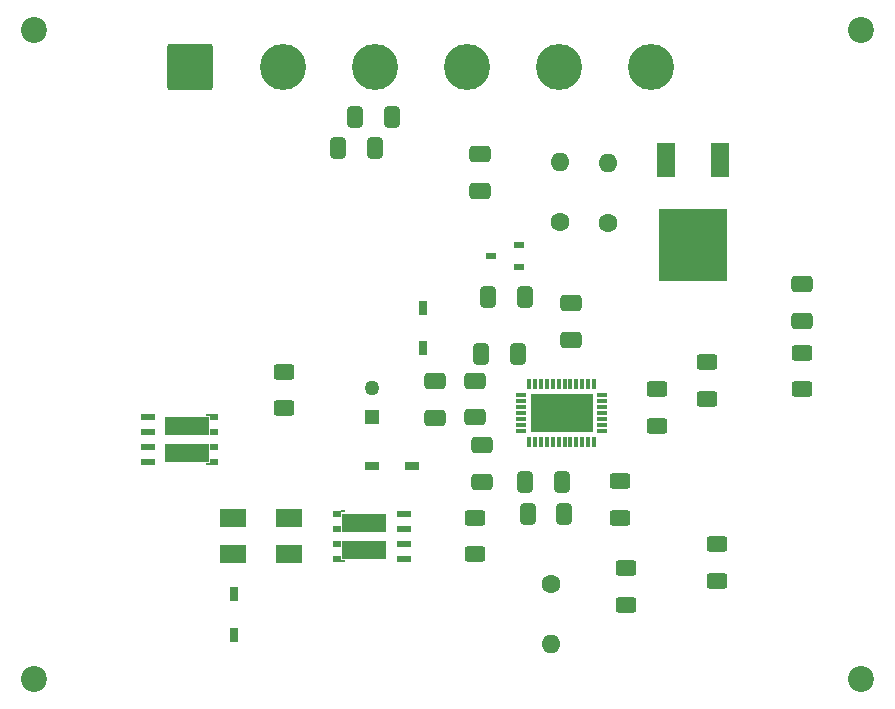
<source format=gbr>
%TF.GenerationSoftware,KiCad,Pcbnew,7.0.8*%
%TF.CreationDate,2024-02-23T11:16:18-06:00*%
%TF.ProjectId,LT4020_12_BatCharger,4c543430-3230-45f3-9132-5f4261744368,rev?*%
%TF.SameCoordinates,Original*%
%TF.FileFunction,Soldermask,Top*%
%TF.FilePolarity,Negative*%
%FSLAX46Y46*%
G04 Gerber Fmt 4.6, Leading zero omitted, Abs format (unit mm)*
G04 Created by KiCad (PCBNEW 7.0.8) date 2024-02-23 11:16:18*
%MOMM*%
%LPD*%
G01*
G04 APERTURE LIST*
G04 Aperture macros list*
%AMRoundRect*
0 Rectangle with rounded corners*
0 $1 Rounding radius*
0 $2 $3 $4 $5 $6 $7 $8 $9 X,Y pos of 4 corners*
0 Add a 4 corners polygon primitive as box body*
4,1,4,$2,$3,$4,$5,$6,$7,$8,$9,$2,$3,0*
0 Add four circle primitives for the rounded corners*
1,1,$1+$1,$2,$3*
1,1,$1+$1,$4,$5*
1,1,$1+$1,$6,$7*
1,1,$1+$1,$8,$9*
0 Add four rect primitives between the rounded corners*
20,1,$1+$1,$2,$3,$4,$5,0*
20,1,$1+$1,$4,$5,$6,$7,0*
20,1,$1+$1,$6,$7,$8,$9,0*
20,1,$1+$1,$8,$9,$2,$3,0*%
G04 Aperture macros list end*
%ADD10RoundRect,0.250000X0.625000X-0.400000X0.625000X0.400000X-0.625000X0.400000X-0.625000X-0.400000X0*%
%ADD11C,2.200000*%
%ADD12R,3.810000X1.650000*%
%ADD13R,1.270000X0.610000*%
%ADD14R,0.710000X0.610000*%
%ADD15R,0.310000X0.230000*%
%ADD16RoundRect,0.250002X-1.699998X-1.699998X1.699998X-1.699998X1.699998X1.699998X-1.699998X1.699998X0*%
%ADD17C,3.900000*%
%ADD18R,2.200000X1.500000*%
%ADD19R,0.750000X1.200000*%
%ADD20RoundRect,0.250000X-0.412500X-0.650000X0.412500X-0.650000X0.412500X0.650000X-0.412500X0.650000X0*%
%ADD21RoundRect,0.250000X-0.625000X0.400000X-0.625000X-0.400000X0.625000X-0.400000X0.625000X0.400000X0*%
%ADD22RoundRect,0.250000X0.650000X-0.412500X0.650000X0.412500X-0.650000X0.412500X-0.650000X-0.412500X0*%
%ADD23RoundRect,0.250000X0.412500X0.650000X-0.412500X0.650000X-0.412500X-0.650000X0.412500X-0.650000X0*%
%ADD24R,1.275000X1.275000*%
%ADD25C,1.275000*%
%ADD26R,1.600000X3.000000*%
%ADD27R,5.800000X6.200000*%
%ADD28R,0.300000X0.850000*%
%ADD29R,0.850000X0.300000*%
%ADD30R,5.250000X3.250000*%
%ADD31RoundRect,0.250000X-0.650000X0.412500X-0.650000X-0.412500X0.650000X-0.412500X0.650000X0.412500X0*%
%ADD32C,1.600000*%
%ADD33O,1.600000X1.600000*%
%ADD34R,1.200000X0.750000*%
%ADD35R,0.900000X0.600000*%
G04 APERTURE END LIST*
D10*
%TO.C,R_SENSEB1*%
X192328800Y-104420000D03*
X192328800Y-101320000D03*
%TD*%
D11*
%TO.C,H1*%
X155000000Y-60000000D03*
%TD*%
D10*
%TO.C,R_SENSEA1*%
X176149000Y-92075600D03*
X176149000Y-88975600D03*
%TD*%
D12*
%TO.C,Q3*%
X167952000Y-95871600D03*
D13*
X164592000Y-92811600D03*
X164592000Y-94081600D03*
X164592000Y-95351600D03*
X164592000Y-96621600D03*
D14*
X170212000Y-96621600D03*
X170212000Y-95351600D03*
X170212000Y-94081600D03*
X170212000Y-92811600D03*
D12*
X167952000Y-93561600D03*
D15*
X169702000Y-92621600D03*
X169702000Y-96811600D03*
%TD*%
D16*
%TO.C,J1*%
X168217600Y-63195200D03*
D17*
X176017600Y-63195200D03*
X183817600Y-63195200D03*
X191617600Y-63195200D03*
X199417600Y-63195200D03*
X207217600Y-63195200D03*
%TD*%
D18*
%TO.C,FL1*%
X171855400Y-101371400D03*
X171855400Y-104371400D03*
X176555400Y-104371400D03*
X176555400Y-101371400D03*
%TD*%
D19*
%TO.C,D3*%
X171881800Y-111224800D03*
X171881800Y-107824800D03*
%TD*%
D20*
%TO.C,C_senseB1*%
X196760700Y-100990400D03*
X199885700Y-100990400D03*
%TD*%
D21*
%TO.C,R_FBMAX_1*%
X207695800Y-90448800D03*
X207695800Y-93548800D03*
%TD*%
D10*
%TO.C,R_FB2*%
X211963000Y-91288200D03*
X211963000Y-88188200D03*
%TD*%
D22*
%TO.C,C_CSN1*%
X220000000Y-84696700D03*
X220000000Y-81571700D03*
%TD*%
D23*
%TO.C,C_OUT2*%
X185280700Y-67411600D03*
X182155700Y-67411600D03*
%TD*%
D21*
%TO.C,R_CSN1*%
X220000000Y-87375400D03*
X220000000Y-90475400D03*
%TD*%
D11*
%TO.C,H2*%
X225000000Y-60000000D03*
%TD*%
D23*
%TO.C,C_IN3*%
X199657100Y-98348800D03*
X196532100Y-98348800D03*
%TD*%
D24*
%TO.C,C_pvin1*%
X183591200Y-92842400D03*
D25*
X183591200Y-90342400D03*
%TD*%
D26*
%TO.C,Q1*%
X213028800Y-71075400D03*
D27*
X210743800Y-78255400D03*
D26*
X208458800Y-71075400D03*
%TD*%
D11*
%TO.C,H3*%
X155000000Y-115000000D03*
%TD*%
D28*
%TO.C,IC1*%
X196894000Y-94906000D03*
X197394000Y-94906000D03*
X197894000Y-94906000D03*
X198394000Y-94906000D03*
X198894000Y-94906000D03*
X199394000Y-94906000D03*
X199894000Y-94906000D03*
X200394000Y-94906000D03*
X200894000Y-94906000D03*
X201394000Y-94906000D03*
X201894000Y-94906000D03*
X202394000Y-94906000D03*
D29*
X203094000Y-93956000D03*
X203094000Y-93456000D03*
X203094000Y-92956000D03*
X203094000Y-92456000D03*
X203094000Y-91956000D03*
X203094000Y-91456000D03*
X203094000Y-90956000D03*
D28*
X202394000Y-90006000D03*
X201894000Y-90006000D03*
X201394000Y-90006000D03*
X200894000Y-90006000D03*
X200394000Y-90006000D03*
X199894000Y-90006000D03*
X199394000Y-90006000D03*
X198894000Y-90006000D03*
X198394000Y-90006000D03*
X197894000Y-90006000D03*
X197394000Y-90006000D03*
X196894000Y-90006000D03*
D29*
X196194000Y-90956000D03*
X196194000Y-91456000D03*
X196194000Y-91956000D03*
X196194000Y-92456000D03*
X196194000Y-92956000D03*
X196194000Y-93456000D03*
X196194000Y-93956000D03*
D30*
X199644000Y-92456000D03*
%TD*%
D31*
%TO.C,C_VC1*%
X192735200Y-70522700D03*
X192735200Y-73647700D03*
%TD*%
D22*
%TO.C,C_IN1*%
X192278000Y-92850100D03*
X192278000Y-89725100D03*
%TD*%
D20*
%TO.C,C_OUT1*%
X180682500Y-70027800D03*
X183807500Y-70027800D03*
%TD*%
D22*
%TO.C,C_CSOUT1*%
X200431400Y-86296900D03*
X200431400Y-83171900D03*
%TD*%
D32*
%TO.C,R_FB1*%
X203555600Y-76358800D03*
D33*
X203555600Y-71278800D03*
%TD*%
D34*
%TO.C,D2*%
X186993000Y-96926400D03*
X183593000Y-96926400D03*
%TD*%
D23*
%TO.C,C_intvcc1*%
X195948700Y-87452200D03*
X192823700Y-87452200D03*
%TD*%
D32*
%TO.C,R_VC1*%
X199491600Y-76308000D03*
D33*
X199491600Y-71228000D03*
%TD*%
D31*
%TO.C,C_BST1*%
X192938400Y-95148400D03*
X192938400Y-98273400D03*
%TD*%
D21*
%TO.C,R_CS1*%
X205054200Y-105612600D03*
X205054200Y-108712600D03*
%TD*%
D23*
%TO.C,C_BST2*%
X196546000Y-82626200D03*
X193421000Y-82626200D03*
%TD*%
D10*
%TO.C,R_RT1*%
X204622400Y-101346600D03*
X204622400Y-98246600D03*
%TD*%
D13*
%TO.C,Q2*%
X186283600Y-104800400D03*
X186283600Y-103530400D03*
X186283600Y-102260400D03*
X186283600Y-100990400D03*
D14*
X180663600Y-100990400D03*
X180663600Y-102260400D03*
X180663600Y-103530400D03*
X180663600Y-104800400D03*
D12*
X182923600Y-104050400D03*
X182923600Y-101740400D03*
D15*
X181173600Y-104990400D03*
X181173600Y-100800400D03*
%TD*%
D10*
%TO.C,R_CSP1*%
X212801200Y-106655200D03*
X212801200Y-103555200D03*
%TD*%
D35*
%TO.C,Z1*%
X196068800Y-80147200D03*
X196068800Y-78247200D03*
X193668800Y-79197200D03*
%TD*%
D19*
%TO.C,D1*%
X187883800Y-83593200D03*
X187883800Y-86993200D03*
%TD*%
D32*
%TO.C,R_FBMAX_2*%
X198755000Y-106927600D03*
D33*
X198755000Y-112007600D03*
%TD*%
D22*
%TO.C,C_IN2*%
X188899800Y-92900900D03*
X188899800Y-89775900D03*
%TD*%
D11*
%TO.C,H4*%
X225000000Y-115000000D03*
%TD*%
M02*

</source>
